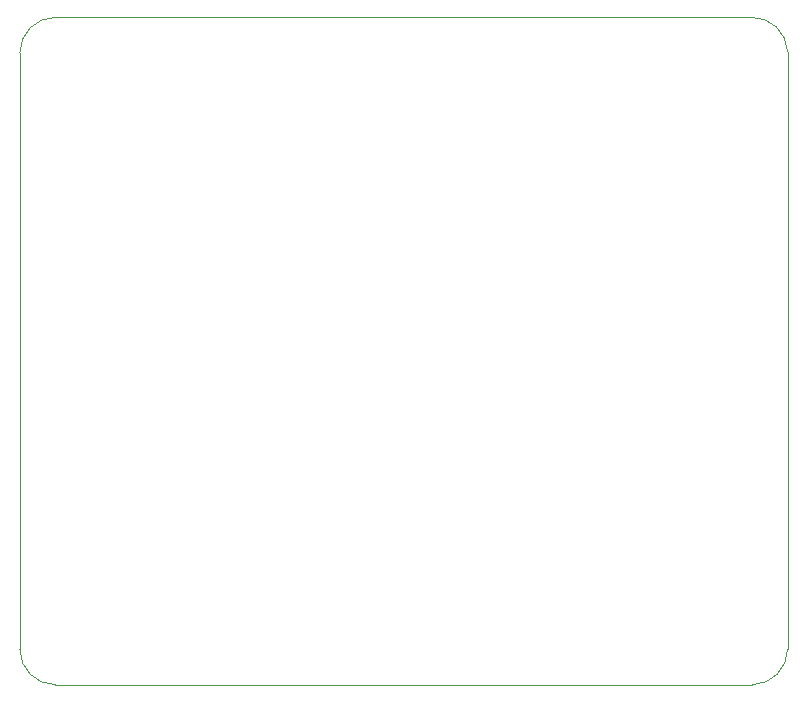
<source format=gbr>
%TF.GenerationSoftware,KiCad,Pcbnew,(5.1.7-0-10_14)*%
%TF.CreationDate,2020-11-05T09:31:43+00:00*%
%TF.ProjectId,ex2device,65783264-6576-4696-9365-2e6b69636164,1.2*%
%TF.SameCoordinates,Original*%
%TF.FileFunction,Profile,NP*%
%FSLAX46Y46*%
G04 Gerber Fmt 4.6, Leading zero omitted, Abs format (unit mm)*
G04 Created by KiCad (PCBNEW (5.1.7-0-10_14)) date 2020-11-05 09:31:43*
%MOMM*%
%LPD*%
G01*
G04 APERTURE LIST*
%TA.AperFunction,Profile*%
%ADD10C,0.100000*%
%TD*%
G04 APERTURE END LIST*
D10*
X172500000Y-66400000D02*
G75*
G03*
X169400000Y-63500000I-3000000J-100000D01*
G01*
X172500000Y-117000000D02*
G75*
G02*
X169500000Y-120000000I-3000000J0D01*
G01*
X107500000Y-117000000D02*
G75*
G03*
X110500000Y-120000000I3000000J0D01*
G01*
X107500000Y-66500000D02*
G75*
G02*
X110500000Y-63500000I3000000J0D01*
G01*
X110500000Y-63500000D02*
X169400000Y-63500000D01*
X107500000Y-117000000D02*
X107500000Y-66500000D01*
X169500000Y-120000000D02*
X110500000Y-120000000D01*
X172500000Y-66400000D02*
X172500000Y-117000000D01*
M02*

</source>
